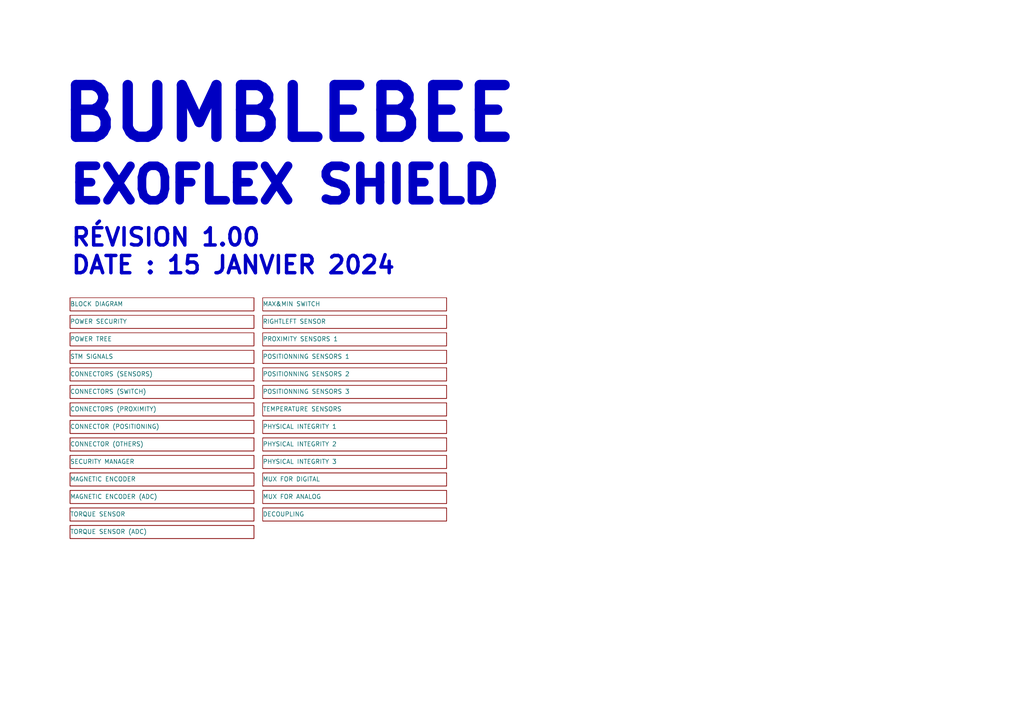
<source format=kicad_sch>
(kicad_sch (version 20211123) (generator eeschema)
  (paper "A4")
  (title_block (title "BUMBLEBEE") (date "2024-01-15") (rev "1.00") (company "ExoFlex") (comment 1 "Bumblebee") (comment 2 "Shield") (comment 3 "Micah-Élie Labrecque") (comment 4 "Patrice Dupéré"))
  (lib_symbols)
  (text "BUMBLEBEE" (at 16.51 41.91 0) (effects (font (size 15 15) (thickness 3) bold) (justify left bottom)))
  (text "EXOFLEX SHIELD" (at 19.05 59.69 0) (effects (font (size 10 10) (thickness 2.6) bold) (justify left bottom)))
  (text "RÉVISION 1.00\nDATE : 15 JANVIER 2024" (at 20.32 80.01 0) (effects (font (size 5 5) bold) (justify left bottom)))
  (sheet (at 76.2 132.08) (size 53.34 3.81) (stroke (width 0.1524))
    (property "Sheet name" "PHYSICAL INTEGRITY 3" (at 76.2 134.62 0) (effects (justify left bottom)))
    (property "Sheet file" "physical_integrity3.kicad_sch" (effects hide))
  )
  (sheet (at 76.2 106.68) (size 53.34 3.81) (stroke (width 0.1524))
    (property "Sheet name" "POSITIONNING SENSORS 2" (at 76.2 109.22 0) (effects (justify left bottom)))
    (property "Sheet file" "position_sensor2.kicad_sch" (effects hide))
  )
  (sheet (at 76.2 147.32) (size 53.34 3.81) (stroke (width 0.1524))
    (property "Sheet name" "DECOUPLING" (at 76.2 149.86 0) (effects (justify left bottom)))
    (property "Sheet file" "decoupling.kicad_sch" (effects hide))
  )
  (sheet (at 76.2 127) (size 53.34 3.81) (stroke (width 0.1524))
    (property "Sheet name" "PHYSICAL INTEGRITY 2" (at 76.2 129.54 0) (effects (justify left bottom)))
    (property "Sheet file" "physical_integrity2.kicad_sch" (effects hide))
  )
  (sheet (at 20.32 137.16) (size 53.34 3.81) (stroke (width 0.1524))
    (property "Sheet name" "MAGNETIC ENCODER" (at 20.32 139.7 0) (effects (justify left bottom)))
    (property "Sheet file" "magnetic_encoder_amplitude.kicad_sch" (effects hide))
  )
  (sheet (at 20.32 101.6) (size 53.34 3.81) (stroke (width 0.1524))
    (property "Sheet name" "STM SIGNALS" (at 20.32 104.14 0) (effects (justify left bottom)))
    (property "Sheet file" "stmsignal.kicad_sch" (effects hide))
  )
  (sheet (at 20.32 147.32) (size 53.34 3.81) (stroke (width 0.1524))
    (property "Sheet name" "TORQUE SENSOR" (at 20.32 149.86 0) (effects (justify left bottom)))
    (property "Sheet file" "loadcells.kicad_sch" (effects hide))
  )
  (sheet (at 76.2 111.76) (size 53.34 3.81) (stroke (width 0.1524))
    (property "Sheet name" "POSITIONNING SENSORS 3" (at 76.2 114.3 0) (effects (justify left bottom)))
    (property "Sheet file" "positionning_sensors3.kicad_sch" (effects hide))
  )
  (sheet (at 20.32 106.68) (size 53.34 3.81) (stroke (width 0.1524))
    (property "Sheet name" "CONNECTORS (SENSORS)" (at 20.32 109.22 0) (effects (justify left bottom)))
    (property "Sheet file" "connectors.kicad_sch" (effects hide))
  )
  (sheet (at 76.2 121.92) (size 53.34 3.81) (stroke (width 0.1524))
    (property "Sheet name" "PHYSICAL INTEGRITY 1" (at 76.2 124.46 0) (effects (justify left bottom)))
    (property "Sheet file" "phys_integrity.kicad_sch" (effects hide))
  )
  (sheet (at 76.2 142.24) (size 53.34 3.81) (stroke (width 0.1524))
    (property "Sheet name" "MUX FOR ANALOG" (at 76.2 144.78 0) (effects (justify left bottom)))
    (property "Sheet file" "muxforanalog.kicad_sch" (effects hide))
  )
  (sheet (at 76.2 137.16) (size 53.34 3.81) (stroke (width 0.1524))
    (property "Sheet name" "MUX FOR DIGITAL" (at 76.2 139.7 0) (effects (justify left bottom)))
    (property "Sheet file" "muxfordigital.kicad_sch" (effects hide))
  )
  (sheet (at 20.32 86.36) (size 53.34 3.81) (stroke (width 0.1524))
    (property "Sheet name" "BLOCK DIAGRAM" (at 20.32 88.9 0) (effects (justify left bottom)))
    (property "Sheet file" "blockdiagram.kicad_sch" (effects hide))
  )
  (sheet (at 76.2 116.84) (size 53.34 3.81) (stroke (width 0.1524))
    (property "Sheet name" "TEMPERATURE SENSORS" (at 76.2 119.38 0) (effects (justify left bottom)))
    (property "Sheet file" "temperature_sensor.kicad_sch" (effects hide))
  )
  (sheet (at 20.32 152.4) (size 53.34 3.81) (stroke (width 0.1524))
    (property "Sheet name" "TORQUE SENSOR (ADC)" (at 20.32 154.94 0) (effects (justify left bottom)))
    (property "Sheet file" "torqueadc.kicad_sch" (effects hide))
  )
  (sheet (at 20.32 132.08) (size 53.34 3.81) (stroke (width 0.1524))
    (property "Sheet name" "SECURITY MANAGER" (at 20.32 134.62 0) (effects (justify left bottom)))
    (property "Sheet file" "security_manager.kicad_sch" (effects hide))
  )
  (sheet (at 20.32 91.44) (size 53.34 3.81) (stroke (width 0.1524))
    (property "Sheet name" "POWER SECURITY" (at 20.32 93.98 0) (effects (justify left bottom)))
    (property "Sheet file" "powersecurity.kicad_sch" (effects hide))
  )
  (sheet (at 20.32 142.24) (size 53.34 3.81) (stroke (width 0.1524))
    (property "Sheet name" "MAGNETIC ENCODER (ADC)" (at 20.32 144.78 0) (effects (justify left bottom)))
    (property "Sheet file" "magneticencoderADC.kicad_sch" (effects hide))
  )
  (sheet (at 76.2 86.36) (size 53.34 3.81) (stroke (width 0.1524))
    (property "Sheet name" "MAX&MIN SWITCH" (at 76.2 88.9 0) (effects (justify left bottom)))
    (property "Sheet file" "limit_switch_amplitude.kicad_sch" (effects hide))
  )
  (sheet (at 76.2 91.44) (size 53.34 3.81) (stroke (width 0.1524))
    (property "Sheet name" "RIGHTLEFT SENSOR" (at 76.2 93.98 0) (effects (justify left bottom)))
    (property "Sheet file" "right_left_sensor.kicad_sch" (effects hide))
  )
  (sheet (at 20.32 121.92) (size 53.34 3.81) (stroke (width 0.1524))
    (property "Sheet name" "CONNECTOR (POSITIONING)" (at 20.32 124.46 0) (effects (justify left bottom)))
    (property "Sheet file" "conn_positioning.kicad_sch" (effects hide))
  )
  (sheet (at 76.2 101.6) (size 53.34 3.81) (stroke (width 0.1524))
    (property "Sheet name" "POSITIONNING SENSORS 1" (at 76.2 104.14 0) (effects (justify left bottom)))
    (property "Sheet file" "position_sensor1.kicad_sch" (effects hide))
  )
  (sheet (at 20.32 96.52) (size 53.34 3.81) (stroke (width 0.1524))
    (property "Sheet name" "POWER TREE" (at 20.32 99.06 0) (effects (justify left bottom)))
    (property "Sheet file" "powertree.kicad_sch" (effects hide))
  )
  (sheet (at 20.32 111.76) (size 53.34 3.81) (stroke (width 0.1524))
    (property "Sheet name" "CONNECTORS (SWITCH)" (at 20.32 114.3 0) (effects (justify left bottom)))
    (property "Sheet file" "switch.kicad_sch" (effects hide))
  )
  (sheet (at 20.32 127) (size 53.34 3.81) (stroke (width 0.1524))
    (property "Sheet name" "CONNECTOR (OTHERS)" (at 20.32 129.54 0) (effects (justify left bottom)))
    (property "Sheet file" "conn_others.kicad_sch" (effects hide))
  )
  (sheet (at 20.32 116.84) (size 53.34 3.81) (stroke (width 0.1524))
    (property "Sheet name" "CONNECTORS (PROXIMITY)" (at 20.32 119.38 0) (effects (justify left bottom)))
    (property "Sheet file" "conn_proximity.kicad_sch" (effects hide))
  )
  (sheet (at 76.2 96.52) (size 53.34 3.81) (stroke (width 0.1524))
    (property "Sheet name" "PROXIMITY SENSORS 1" (at 76.2 99.06 0) (effects (justify left bottom)))
    (property "Sheet file" "proximity_sensors1.kicad_sch" (effects hide))
  )
)
</source>
